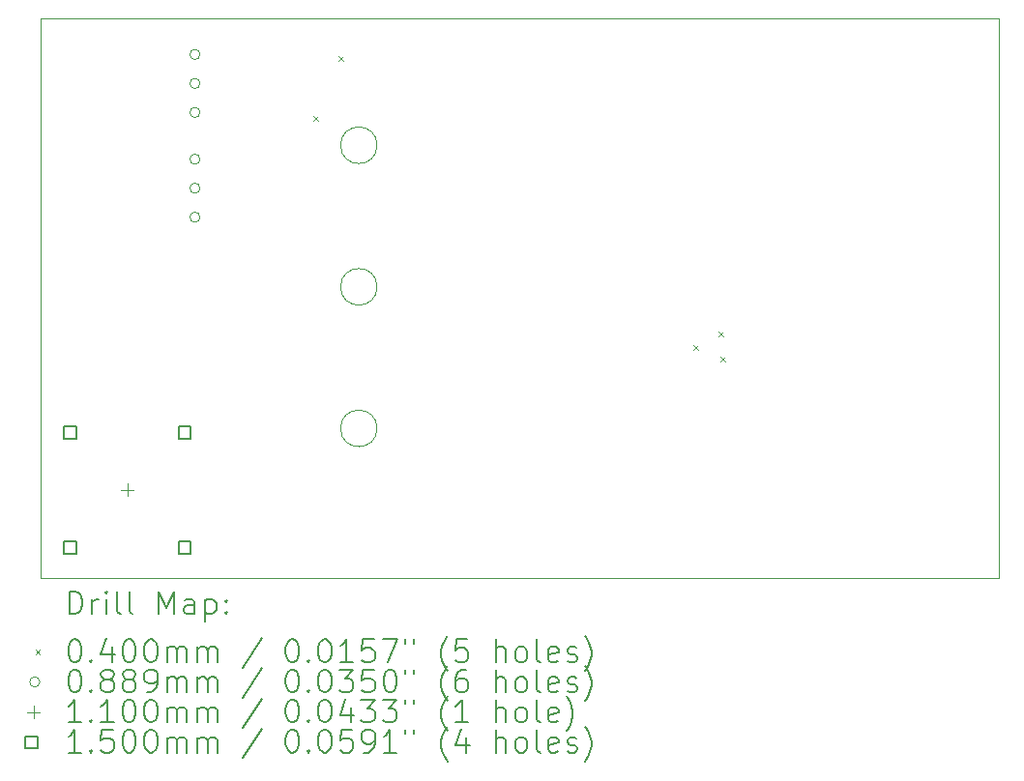
<source format=gbr>
%TF.GenerationSoftware,KiCad,Pcbnew,(6.0.8-1)-1*%
%TF.CreationDate,2022-11-01T09:45:00-04:00*%
%TF.ProjectId,Untitled,556e7469-746c-4656-942e-6b696361645f,rev?*%
%TF.SameCoordinates,Original*%
%TF.FileFunction,Drillmap*%
%TF.FilePolarity,Positive*%
%FSLAX45Y45*%
G04 Gerber Fmt 4.5, Leading zero omitted, Abs format (unit mm)*
G04 Created by KiCad (PCBNEW (6.0.8-1)-1) date 2022-11-01 09:45:00*
%MOMM*%
%LPD*%
G01*
G04 APERTURE LIST*
%ADD10C,0.100000*%
%ADD11C,0.200000*%
%ADD12C,0.040000*%
%ADD13C,0.088900*%
%ADD14C,0.110000*%
%ADD15C,0.150000*%
G04 APERTURE END LIST*
D10*
X7520000Y-5640000D02*
G75*
G03*
X7520000Y-5640000I-160000J0D01*
G01*
X4572000Y-3291000D02*
X12964000Y-3291000D01*
X12964000Y-3291000D02*
X12964000Y-8192000D01*
X12964000Y-8192000D02*
X4572000Y-8192000D01*
X4572000Y-8192000D02*
X4572000Y-3291000D01*
X7520000Y-6880000D02*
G75*
G03*
X7520000Y-6880000I-160000J0D01*
G01*
X7520000Y-4400000D02*
G75*
G03*
X7520000Y-4400000I-160000J0D01*
G01*
D11*
D12*
X6960000Y-4143751D02*
X7000000Y-4183751D01*
X7000000Y-4143751D02*
X6960000Y-4183751D01*
X7180000Y-3620000D02*
X7220000Y-3660000D01*
X7220000Y-3620000D02*
X7180000Y-3660000D01*
X10291000Y-6149000D02*
X10331000Y-6189000D01*
X10331000Y-6149000D02*
X10291000Y-6189000D01*
X10509000Y-6031000D02*
X10549000Y-6071000D01*
X10549000Y-6031000D02*
X10509000Y-6071000D01*
X10529000Y-6251000D02*
X10569000Y-6291000D01*
X10569000Y-6251000D02*
X10529000Y-6291000D01*
D13*
X5969460Y-3604750D02*
G75*
G03*
X5969460Y-3604750I-44450J0D01*
G01*
X5969460Y-3858750D02*
G75*
G03*
X5969460Y-3858750I-44450J0D01*
G01*
X5969460Y-4112750D02*
G75*
G03*
X5969460Y-4112750I-44450J0D01*
G01*
X5969460Y-4521250D02*
G75*
G03*
X5969460Y-4521250I-44450J0D01*
G01*
X5969460Y-4775250D02*
G75*
G03*
X5969460Y-4775250I-44450J0D01*
G01*
X5969460Y-5029250D02*
G75*
G03*
X5969460Y-5029250I-44450J0D01*
G01*
D14*
X5333500Y-7365000D02*
X5333500Y-7475000D01*
X5278500Y-7420000D02*
X5388500Y-7420000D01*
D15*
X4884034Y-6970533D02*
X4884034Y-6864466D01*
X4777967Y-6864466D01*
X4777967Y-6970533D01*
X4884034Y-6970533D01*
X4884034Y-7975533D02*
X4884034Y-7869466D01*
X4777967Y-7869466D01*
X4777967Y-7975533D01*
X4884034Y-7975533D01*
X5889033Y-6970533D02*
X5889033Y-6864466D01*
X5782966Y-6864466D01*
X5782966Y-6970533D01*
X5889033Y-6970533D01*
X5889033Y-7975533D02*
X5889033Y-7869466D01*
X5782966Y-7869466D01*
X5782966Y-7975533D01*
X5889033Y-7975533D01*
D11*
X4824619Y-8507476D02*
X4824619Y-8307476D01*
X4872238Y-8307476D01*
X4900810Y-8317000D01*
X4919857Y-8336048D01*
X4929381Y-8355095D01*
X4938905Y-8393190D01*
X4938905Y-8421762D01*
X4929381Y-8459857D01*
X4919857Y-8478905D01*
X4900810Y-8497952D01*
X4872238Y-8507476D01*
X4824619Y-8507476D01*
X5024619Y-8507476D02*
X5024619Y-8374143D01*
X5024619Y-8412238D02*
X5034143Y-8393190D01*
X5043667Y-8383667D01*
X5062714Y-8374143D01*
X5081762Y-8374143D01*
X5148429Y-8507476D02*
X5148429Y-8374143D01*
X5148429Y-8307476D02*
X5138905Y-8317000D01*
X5148429Y-8326524D01*
X5157952Y-8317000D01*
X5148429Y-8307476D01*
X5148429Y-8326524D01*
X5272238Y-8507476D02*
X5253190Y-8497952D01*
X5243667Y-8478905D01*
X5243667Y-8307476D01*
X5377000Y-8507476D02*
X5357952Y-8497952D01*
X5348429Y-8478905D01*
X5348429Y-8307476D01*
X5605571Y-8507476D02*
X5605571Y-8307476D01*
X5672238Y-8450333D01*
X5738905Y-8307476D01*
X5738905Y-8507476D01*
X5919857Y-8507476D02*
X5919857Y-8402714D01*
X5910333Y-8383667D01*
X5891286Y-8374143D01*
X5853190Y-8374143D01*
X5834143Y-8383667D01*
X5919857Y-8497952D02*
X5900809Y-8507476D01*
X5853190Y-8507476D01*
X5834143Y-8497952D01*
X5824619Y-8478905D01*
X5824619Y-8459857D01*
X5834143Y-8440810D01*
X5853190Y-8431286D01*
X5900809Y-8431286D01*
X5919857Y-8421762D01*
X6015095Y-8374143D02*
X6015095Y-8574143D01*
X6015095Y-8383667D02*
X6034143Y-8374143D01*
X6072238Y-8374143D01*
X6091286Y-8383667D01*
X6100809Y-8393190D01*
X6110333Y-8412238D01*
X6110333Y-8469381D01*
X6100809Y-8488429D01*
X6091286Y-8497952D01*
X6072238Y-8507476D01*
X6034143Y-8507476D01*
X6015095Y-8497952D01*
X6196048Y-8488429D02*
X6205571Y-8497952D01*
X6196048Y-8507476D01*
X6186524Y-8497952D01*
X6196048Y-8488429D01*
X6196048Y-8507476D01*
X6196048Y-8383667D02*
X6205571Y-8393190D01*
X6196048Y-8402714D01*
X6186524Y-8393190D01*
X6196048Y-8383667D01*
X6196048Y-8402714D01*
D12*
X4527000Y-8817000D02*
X4567000Y-8857000D01*
X4567000Y-8817000D02*
X4527000Y-8857000D01*
D11*
X4862714Y-8727476D02*
X4881762Y-8727476D01*
X4900810Y-8737000D01*
X4910333Y-8746524D01*
X4919857Y-8765571D01*
X4929381Y-8803667D01*
X4929381Y-8851286D01*
X4919857Y-8889381D01*
X4910333Y-8908429D01*
X4900810Y-8917952D01*
X4881762Y-8927476D01*
X4862714Y-8927476D01*
X4843667Y-8917952D01*
X4834143Y-8908429D01*
X4824619Y-8889381D01*
X4815095Y-8851286D01*
X4815095Y-8803667D01*
X4824619Y-8765571D01*
X4834143Y-8746524D01*
X4843667Y-8737000D01*
X4862714Y-8727476D01*
X5015095Y-8908429D02*
X5024619Y-8917952D01*
X5015095Y-8927476D01*
X5005571Y-8917952D01*
X5015095Y-8908429D01*
X5015095Y-8927476D01*
X5196048Y-8794143D02*
X5196048Y-8927476D01*
X5148429Y-8717952D02*
X5100810Y-8860810D01*
X5224619Y-8860810D01*
X5338905Y-8727476D02*
X5357952Y-8727476D01*
X5377000Y-8737000D01*
X5386524Y-8746524D01*
X5396048Y-8765571D01*
X5405571Y-8803667D01*
X5405571Y-8851286D01*
X5396048Y-8889381D01*
X5386524Y-8908429D01*
X5377000Y-8917952D01*
X5357952Y-8927476D01*
X5338905Y-8927476D01*
X5319857Y-8917952D01*
X5310333Y-8908429D01*
X5300810Y-8889381D01*
X5291286Y-8851286D01*
X5291286Y-8803667D01*
X5300810Y-8765571D01*
X5310333Y-8746524D01*
X5319857Y-8737000D01*
X5338905Y-8727476D01*
X5529381Y-8727476D02*
X5548429Y-8727476D01*
X5567476Y-8737000D01*
X5577000Y-8746524D01*
X5586524Y-8765571D01*
X5596048Y-8803667D01*
X5596048Y-8851286D01*
X5586524Y-8889381D01*
X5577000Y-8908429D01*
X5567476Y-8917952D01*
X5548429Y-8927476D01*
X5529381Y-8927476D01*
X5510333Y-8917952D01*
X5500810Y-8908429D01*
X5491286Y-8889381D01*
X5481762Y-8851286D01*
X5481762Y-8803667D01*
X5491286Y-8765571D01*
X5500810Y-8746524D01*
X5510333Y-8737000D01*
X5529381Y-8727476D01*
X5681762Y-8927476D02*
X5681762Y-8794143D01*
X5681762Y-8813190D02*
X5691286Y-8803667D01*
X5710333Y-8794143D01*
X5738905Y-8794143D01*
X5757952Y-8803667D01*
X5767476Y-8822714D01*
X5767476Y-8927476D01*
X5767476Y-8822714D02*
X5777000Y-8803667D01*
X5796048Y-8794143D01*
X5824619Y-8794143D01*
X5843667Y-8803667D01*
X5853190Y-8822714D01*
X5853190Y-8927476D01*
X5948428Y-8927476D02*
X5948428Y-8794143D01*
X5948428Y-8813190D02*
X5957952Y-8803667D01*
X5977000Y-8794143D01*
X6005571Y-8794143D01*
X6024619Y-8803667D01*
X6034143Y-8822714D01*
X6034143Y-8927476D01*
X6034143Y-8822714D02*
X6043667Y-8803667D01*
X6062714Y-8794143D01*
X6091286Y-8794143D01*
X6110333Y-8803667D01*
X6119857Y-8822714D01*
X6119857Y-8927476D01*
X6510333Y-8717952D02*
X6338905Y-8975095D01*
X6767476Y-8727476D02*
X6786524Y-8727476D01*
X6805571Y-8737000D01*
X6815095Y-8746524D01*
X6824619Y-8765571D01*
X6834143Y-8803667D01*
X6834143Y-8851286D01*
X6824619Y-8889381D01*
X6815095Y-8908429D01*
X6805571Y-8917952D01*
X6786524Y-8927476D01*
X6767476Y-8927476D01*
X6748428Y-8917952D01*
X6738905Y-8908429D01*
X6729381Y-8889381D01*
X6719857Y-8851286D01*
X6719857Y-8803667D01*
X6729381Y-8765571D01*
X6738905Y-8746524D01*
X6748428Y-8737000D01*
X6767476Y-8727476D01*
X6919857Y-8908429D02*
X6929381Y-8917952D01*
X6919857Y-8927476D01*
X6910333Y-8917952D01*
X6919857Y-8908429D01*
X6919857Y-8927476D01*
X7053190Y-8727476D02*
X7072238Y-8727476D01*
X7091286Y-8737000D01*
X7100809Y-8746524D01*
X7110333Y-8765571D01*
X7119857Y-8803667D01*
X7119857Y-8851286D01*
X7110333Y-8889381D01*
X7100809Y-8908429D01*
X7091286Y-8917952D01*
X7072238Y-8927476D01*
X7053190Y-8927476D01*
X7034143Y-8917952D01*
X7024619Y-8908429D01*
X7015095Y-8889381D01*
X7005571Y-8851286D01*
X7005571Y-8803667D01*
X7015095Y-8765571D01*
X7024619Y-8746524D01*
X7034143Y-8737000D01*
X7053190Y-8727476D01*
X7310333Y-8927476D02*
X7196048Y-8927476D01*
X7253190Y-8927476D02*
X7253190Y-8727476D01*
X7234143Y-8756048D01*
X7215095Y-8775095D01*
X7196048Y-8784619D01*
X7491286Y-8727476D02*
X7396048Y-8727476D01*
X7386524Y-8822714D01*
X7396048Y-8813190D01*
X7415095Y-8803667D01*
X7462714Y-8803667D01*
X7481762Y-8813190D01*
X7491286Y-8822714D01*
X7500809Y-8841762D01*
X7500809Y-8889381D01*
X7491286Y-8908429D01*
X7481762Y-8917952D01*
X7462714Y-8927476D01*
X7415095Y-8927476D01*
X7396048Y-8917952D01*
X7386524Y-8908429D01*
X7567476Y-8727476D02*
X7700809Y-8727476D01*
X7615095Y-8927476D01*
X7767476Y-8727476D02*
X7767476Y-8765571D01*
X7843667Y-8727476D02*
X7843667Y-8765571D01*
X8138905Y-9003667D02*
X8129381Y-8994143D01*
X8110333Y-8965571D01*
X8100809Y-8946524D01*
X8091286Y-8917952D01*
X8081762Y-8870333D01*
X8081762Y-8832238D01*
X8091286Y-8784619D01*
X8100809Y-8756048D01*
X8110333Y-8737000D01*
X8129381Y-8708429D01*
X8138905Y-8698905D01*
X8310333Y-8727476D02*
X8215095Y-8727476D01*
X8205571Y-8822714D01*
X8215095Y-8813190D01*
X8234143Y-8803667D01*
X8281762Y-8803667D01*
X8300809Y-8813190D01*
X8310333Y-8822714D01*
X8319857Y-8841762D01*
X8319857Y-8889381D01*
X8310333Y-8908429D01*
X8300809Y-8917952D01*
X8281762Y-8927476D01*
X8234143Y-8927476D01*
X8215095Y-8917952D01*
X8205571Y-8908429D01*
X8557952Y-8927476D02*
X8557952Y-8727476D01*
X8643667Y-8927476D02*
X8643667Y-8822714D01*
X8634143Y-8803667D01*
X8615095Y-8794143D01*
X8586524Y-8794143D01*
X8567476Y-8803667D01*
X8557952Y-8813190D01*
X8767476Y-8927476D02*
X8748429Y-8917952D01*
X8738905Y-8908429D01*
X8729381Y-8889381D01*
X8729381Y-8832238D01*
X8738905Y-8813190D01*
X8748429Y-8803667D01*
X8767476Y-8794143D01*
X8796048Y-8794143D01*
X8815095Y-8803667D01*
X8824619Y-8813190D01*
X8834143Y-8832238D01*
X8834143Y-8889381D01*
X8824619Y-8908429D01*
X8815095Y-8917952D01*
X8796048Y-8927476D01*
X8767476Y-8927476D01*
X8948429Y-8927476D02*
X8929381Y-8917952D01*
X8919857Y-8898905D01*
X8919857Y-8727476D01*
X9100810Y-8917952D02*
X9081762Y-8927476D01*
X9043667Y-8927476D01*
X9024619Y-8917952D01*
X9015095Y-8898905D01*
X9015095Y-8822714D01*
X9024619Y-8803667D01*
X9043667Y-8794143D01*
X9081762Y-8794143D01*
X9100810Y-8803667D01*
X9110333Y-8822714D01*
X9110333Y-8841762D01*
X9015095Y-8860810D01*
X9186524Y-8917952D02*
X9205571Y-8927476D01*
X9243667Y-8927476D01*
X9262714Y-8917952D01*
X9272238Y-8898905D01*
X9272238Y-8889381D01*
X9262714Y-8870333D01*
X9243667Y-8860810D01*
X9215095Y-8860810D01*
X9196048Y-8851286D01*
X9186524Y-8832238D01*
X9186524Y-8822714D01*
X9196048Y-8803667D01*
X9215095Y-8794143D01*
X9243667Y-8794143D01*
X9262714Y-8803667D01*
X9338905Y-9003667D02*
X9348429Y-8994143D01*
X9367476Y-8965571D01*
X9377000Y-8946524D01*
X9386524Y-8917952D01*
X9396048Y-8870333D01*
X9396048Y-8832238D01*
X9386524Y-8784619D01*
X9377000Y-8756048D01*
X9367476Y-8737000D01*
X9348429Y-8708429D01*
X9338905Y-8698905D01*
D13*
X4567000Y-9101000D02*
G75*
G03*
X4567000Y-9101000I-44450J0D01*
G01*
D11*
X4862714Y-8991476D02*
X4881762Y-8991476D01*
X4900810Y-9001000D01*
X4910333Y-9010524D01*
X4919857Y-9029571D01*
X4929381Y-9067667D01*
X4929381Y-9115286D01*
X4919857Y-9153381D01*
X4910333Y-9172429D01*
X4900810Y-9181952D01*
X4881762Y-9191476D01*
X4862714Y-9191476D01*
X4843667Y-9181952D01*
X4834143Y-9172429D01*
X4824619Y-9153381D01*
X4815095Y-9115286D01*
X4815095Y-9067667D01*
X4824619Y-9029571D01*
X4834143Y-9010524D01*
X4843667Y-9001000D01*
X4862714Y-8991476D01*
X5015095Y-9172429D02*
X5024619Y-9181952D01*
X5015095Y-9191476D01*
X5005571Y-9181952D01*
X5015095Y-9172429D01*
X5015095Y-9191476D01*
X5138905Y-9077190D02*
X5119857Y-9067667D01*
X5110333Y-9058143D01*
X5100810Y-9039095D01*
X5100810Y-9029571D01*
X5110333Y-9010524D01*
X5119857Y-9001000D01*
X5138905Y-8991476D01*
X5177000Y-8991476D01*
X5196048Y-9001000D01*
X5205571Y-9010524D01*
X5215095Y-9029571D01*
X5215095Y-9039095D01*
X5205571Y-9058143D01*
X5196048Y-9067667D01*
X5177000Y-9077190D01*
X5138905Y-9077190D01*
X5119857Y-9086714D01*
X5110333Y-9096238D01*
X5100810Y-9115286D01*
X5100810Y-9153381D01*
X5110333Y-9172429D01*
X5119857Y-9181952D01*
X5138905Y-9191476D01*
X5177000Y-9191476D01*
X5196048Y-9181952D01*
X5205571Y-9172429D01*
X5215095Y-9153381D01*
X5215095Y-9115286D01*
X5205571Y-9096238D01*
X5196048Y-9086714D01*
X5177000Y-9077190D01*
X5329381Y-9077190D02*
X5310333Y-9067667D01*
X5300810Y-9058143D01*
X5291286Y-9039095D01*
X5291286Y-9029571D01*
X5300810Y-9010524D01*
X5310333Y-9001000D01*
X5329381Y-8991476D01*
X5367476Y-8991476D01*
X5386524Y-9001000D01*
X5396048Y-9010524D01*
X5405571Y-9029571D01*
X5405571Y-9039095D01*
X5396048Y-9058143D01*
X5386524Y-9067667D01*
X5367476Y-9077190D01*
X5329381Y-9077190D01*
X5310333Y-9086714D01*
X5300810Y-9096238D01*
X5291286Y-9115286D01*
X5291286Y-9153381D01*
X5300810Y-9172429D01*
X5310333Y-9181952D01*
X5329381Y-9191476D01*
X5367476Y-9191476D01*
X5386524Y-9181952D01*
X5396048Y-9172429D01*
X5405571Y-9153381D01*
X5405571Y-9115286D01*
X5396048Y-9096238D01*
X5386524Y-9086714D01*
X5367476Y-9077190D01*
X5500810Y-9191476D02*
X5538905Y-9191476D01*
X5557952Y-9181952D01*
X5567476Y-9172429D01*
X5586524Y-9143857D01*
X5596048Y-9105762D01*
X5596048Y-9029571D01*
X5586524Y-9010524D01*
X5577000Y-9001000D01*
X5557952Y-8991476D01*
X5519857Y-8991476D01*
X5500810Y-9001000D01*
X5491286Y-9010524D01*
X5481762Y-9029571D01*
X5481762Y-9077190D01*
X5491286Y-9096238D01*
X5500810Y-9105762D01*
X5519857Y-9115286D01*
X5557952Y-9115286D01*
X5577000Y-9105762D01*
X5586524Y-9096238D01*
X5596048Y-9077190D01*
X5681762Y-9191476D02*
X5681762Y-9058143D01*
X5681762Y-9077190D02*
X5691286Y-9067667D01*
X5710333Y-9058143D01*
X5738905Y-9058143D01*
X5757952Y-9067667D01*
X5767476Y-9086714D01*
X5767476Y-9191476D01*
X5767476Y-9086714D02*
X5777000Y-9067667D01*
X5796048Y-9058143D01*
X5824619Y-9058143D01*
X5843667Y-9067667D01*
X5853190Y-9086714D01*
X5853190Y-9191476D01*
X5948428Y-9191476D02*
X5948428Y-9058143D01*
X5948428Y-9077190D02*
X5957952Y-9067667D01*
X5977000Y-9058143D01*
X6005571Y-9058143D01*
X6024619Y-9067667D01*
X6034143Y-9086714D01*
X6034143Y-9191476D01*
X6034143Y-9086714D02*
X6043667Y-9067667D01*
X6062714Y-9058143D01*
X6091286Y-9058143D01*
X6110333Y-9067667D01*
X6119857Y-9086714D01*
X6119857Y-9191476D01*
X6510333Y-8981952D02*
X6338905Y-9239095D01*
X6767476Y-8991476D02*
X6786524Y-8991476D01*
X6805571Y-9001000D01*
X6815095Y-9010524D01*
X6824619Y-9029571D01*
X6834143Y-9067667D01*
X6834143Y-9115286D01*
X6824619Y-9153381D01*
X6815095Y-9172429D01*
X6805571Y-9181952D01*
X6786524Y-9191476D01*
X6767476Y-9191476D01*
X6748428Y-9181952D01*
X6738905Y-9172429D01*
X6729381Y-9153381D01*
X6719857Y-9115286D01*
X6719857Y-9067667D01*
X6729381Y-9029571D01*
X6738905Y-9010524D01*
X6748428Y-9001000D01*
X6767476Y-8991476D01*
X6919857Y-9172429D02*
X6929381Y-9181952D01*
X6919857Y-9191476D01*
X6910333Y-9181952D01*
X6919857Y-9172429D01*
X6919857Y-9191476D01*
X7053190Y-8991476D02*
X7072238Y-8991476D01*
X7091286Y-9001000D01*
X7100809Y-9010524D01*
X7110333Y-9029571D01*
X7119857Y-9067667D01*
X7119857Y-9115286D01*
X7110333Y-9153381D01*
X7100809Y-9172429D01*
X7091286Y-9181952D01*
X7072238Y-9191476D01*
X7053190Y-9191476D01*
X7034143Y-9181952D01*
X7024619Y-9172429D01*
X7015095Y-9153381D01*
X7005571Y-9115286D01*
X7005571Y-9067667D01*
X7015095Y-9029571D01*
X7024619Y-9010524D01*
X7034143Y-9001000D01*
X7053190Y-8991476D01*
X7186524Y-8991476D02*
X7310333Y-8991476D01*
X7243667Y-9067667D01*
X7272238Y-9067667D01*
X7291286Y-9077190D01*
X7300809Y-9086714D01*
X7310333Y-9105762D01*
X7310333Y-9153381D01*
X7300809Y-9172429D01*
X7291286Y-9181952D01*
X7272238Y-9191476D01*
X7215095Y-9191476D01*
X7196048Y-9181952D01*
X7186524Y-9172429D01*
X7491286Y-8991476D02*
X7396048Y-8991476D01*
X7386524Y-9086714D01*
X7396048Y-9077190D01*
X7415095Y-9067667D01*
X7462714Y-9067667D01*
X7481762Y-9077190D01*
X7491286Y-9086714D01*
X7500809Y-9105762D01*
X7500809Y-9153381D01*
X7491286Y-9172429D01*
X7481762Y-9181952D01*
X7462714Y-9191476D01*
X7415095Y-9191476D01*
X7396048Y-9181952D01*
X7386524Y-9172429D01*
X7624619Y-8991476D02*
X7643667Y-8991476D01*
X7662714Y-9001000D01*
X7672238Y-9010524D01*
X7681762Y-9029571D01*
X7691286Y-9067667D01*
X7691286Y-9115286D01*
X7681762Y-9153381D01*
X7672238Y-9172429D01*
X7662714Y-9181952D01*
X7643667Y-9191476D01*
X7624619Y-9191476D01*
X7605571Y-9181952D01*
X7596048Y-9172429D01*
X7586524Y-9153381D01*
X7577000Y-9115286D01*
X7577000Y-9067667D01*
X7586524Y-9029571D01*
X7596048Y-9010524D01*
X7605571Y-9001000D01*
X7624619Y-8991476D01*
X7767476Y-8991476D02*
X7767476Y-9029571D01*
X7843667Y-8991476D02*
X7843667Y-9029571D01*
X8138905Y-9267667D02*
X8129381Y-9258143D01*
X8110333Y-9229571D01*
X8100809Y-9210524D01*
X8091286Y-9181952D01*
X8081762Y-9134333D01*
X8081762Y-9096238D01*
X8091286Y-9048619D01*
X8100809Y-9020048D01*
X8110333Y-9001000D01*
X8129381Y-8972429D01*
X8138905Y-8962905D01*
X8300809Y-8991476D02*
X8262714Y-8991476D01*
X8243667Y-9001000D01*
X8234143Y-9010524D01*
X8215095Y-9039095D01*
X8205571Y-9077190D01*
X8205571Y-9153381D01*
X8215095Y-9172429D01*
X8224619Y-9181952D01*
X8243667Y-9191476D01*
X8281762Y-9191476D01*
X8300809Y-9181952D01*
X8310333Y-9172429D01*
X8319857Y-9153381D01*
X8319857Y-9105762D01*
X8310333Y-9086714D01*
X8300809Y-9077190D01*
X8281762Y-9067667D01*
X8243667Y-9067667D01*
X8224619Y-9077190D01*
X8215095Y-9086714D01*
X8205571Y-9105762D01*
X8557952Y-9191476D02*
X8557952Y-8991476D01*
X8643667Y-9191476D02*
X8643667Y-9086714D01*
X8634143Y-9067667D01*
X8615095Y-9058143D01*
X8586524Y-9058143D01*
X8567476Y-9067667D01*
X8557952Y-9077190D01*
X8767476Y-9191476D02*
X8748429Y-9181952D01*
X8738905Y-9172429D01*
X8729381Y-9153381D01*
X8729381Y-9096238D01*
X8738905Y-9077190D01*
X8748429Y-9067667D01*
X8767476Y-9058143D01*
X8796048Y-9058143D01*
X8815095Y-9067667D01*
X8824619Y-9077190D01*
X8834143Y-9096238D01*
X8834143Y-9153381D01*
X8824619Y-9172429D01*
X8815095Y-9181952D01*
X8796048Y-9191476D01*
X8767476Y-9191476D01*
X8948429Y-9191476D02*
X8929381Y-9181952D01*
X8919857Y-9162905D01*
X8919857Y-8991476D01*
X9100810Y-9181952D02*
X9081762Y-9191476D01*
X9043667Y-9191476D01*
X9024619Y-9181952D01*
X9015095Y-9162905D01*
X9015095Y-9086714D01*
X9024619Y-9067667D01*
X9043667Y-9058143D01*
X9081762Y-9058143D01*
X9100810Y-9067667D01*
X9110333Y-9086714D01*
X9110333Y-9105762D01*
X9015095Y-9124810D01*
X9186524Y-9181952D02*
X9205571Y-9191476D01*
X9243667Y-9191476D01*
X9262714Y-9181952D01*
X9272238Y-9162905D01*
X9272238Y-9153381D01*
X9262714Y-9134333D01*
X9243667Y-9124810D01*
X9215095Y-9124810D01*
X9196048Y-9115286D01*
X9186524Y-9096238D01*
X9186524Y-9086714D01*
X9196048Y-9067667D01*
X9215095Y-9058143D01*
X9243667Y-9058143D01*
X9262714Y-9067667D01*
X9338905Y-9267667D02*
X9348429Y-9258143D01*
X9367476Y-9229571D01*
X9377000Y-9210524D01*
X9386524Y-9181952D01*
X9396048Y-9134333D01*
X9396048Y-9096238D01*
X9386524Y-9048619D01*
X9377000Y-9020048D01*
X9367476Y-9001000D01*
X9348429Y-8972429D01*
X9338905Y-8962905D01*
D14*
X4512000Y-9310000D02*
X4512000Y-9420000D01*
X4457000Y-9365000D02*
X4567000Y-9365000D01*
D11*
X4929381Y-9455476D02*
X4815095Y-9455476D01*
X4872238Y-9455476D02*
X4872238Y-9255476D01*
X4853190Y-9284048D01*
X4834143Y-9303095D01*
X4815095Y-9312619D01*
X5015095Y-9436429D02*
X5024619Y-9445952D01*
X5015095Y-9455476D01*
X5005571Y-9445952D01*
X5015095Y-9436429D01*
X5015095Y-9455476D01*
X5215095Y-9455476D02*
X5100810Y-9455476D01*
X5157952Y-9455476D02*
X5157952Y-9255476D01*
X5138905Y-9284048D01*
X5119857Y-9303095D01*
X5100810Y-9312619D01*
X5338905Y-9255476D02*
X5357952Y-9255476D01*
X5377000Y-9265000D01*
X5386524Y-9274524D01*
X5396048Y-9293571D01*
X5405571Y-9331667D01*
X5405571Y-9379286D01*
X5396048Y-9417381D01*
X5386524Y-9436429D01*
X5377000Y-9445952D01*
X5357952Y-9455476D01*
X5338905Y-9455476D01*
X5319857Y-9445952D01*
X5310333Y-9436429D01*
X5300810Y-9417381D01*
X5291286Y-9379286D01*
X5291286Y-9331667D01*
X5300810Y-9293571D01*
X5310333Y-9274524D01*
X5319857Y-9265000D01*
X5338905Y-9255476D01*
X5529381Y-9255476D02*
X5548429Y-9255476D01*
X5567476Y-9265000D01*
X5577000Y-9274524D01*
X5586524Y-9293571D01*
X5596048Y-9331667D01*
X5596048Y-9379286D01*
X5586524Y-9417381D01*
X5577000Y-9436429D01*
X5567476Y-9445952D01*
X5548429Y-9455476D01*
X5529381Y-9455476D01*
X5510333Y-9445952D01*
X5500810Y-9436429D01*
X5491286Y-9417381D01*
X5481762Y-9379286D01*
X5481762Y-9331667D01*
X5491286Y-9293571D01*
X5500810Y-9274524D01*
X5510333Y-9265000D01*
X5529381Y-9255476D01*
X5681762Y-9455476D02*
X5681762Y-9322143D01*
X5681762Y-9341190D02*
X5691286Y-9331667D01*
X5710333Y-9322143D01*
X5738905Y-9322143D01*
X5757952Y-9331667D01*
X5767476Y-9350714D01*
X5767476Y-9455476D01*
X5767476Y-9350714D02*
X5777000Y-9331667D01*
X5796048Y-9322143D01*
X5824619Y-9322143D01*
X5843667Y-9331667D01*
X5853190Y-9350714D01*
X5853190Y-9455476D01*
X5948428Y-9455476D02*
X5948428Y-9322143D01*
X5948428Y-9341190D02*
X5957952Y-9331667D01*
X5977000Y-9322143D01*
X6005571Y-9322143D01*
X6024619Y-9331667D01*
X6034143Y-9350714D01*
X6034143Y-9455476D01*
X6034143Y-9350714D02*
X6043667Y-9331667D01*
X6062714Y-9322143D01*
X6091286Y-9322143D01*
X6110333Y-9331667D01*
X6119857Y-9350714D01*
X6119857Y-9455476D01*
X6510333Y-9245952D02*
X6338905Y-9503095D01*
X6767476Y-9255476D02*
X6786524Y-9255476D01*
X6805571Y-9265000D01*
X6815095Y-9274524D01*
X6824619Y-9293571D01*
X6834143Y-9331667D01*
X6834143Y-9379286D01*
X6824619Y-9417381D01*
X6815095Y-9436429D01*
X6805571Y-9445952D01*
X6786524Y-9455476D01*
X6767476Y-9455476D01*
X6748428Y-9445952D01*
X6738905Y-9436429D01*
X6729381Y-9417381D01*
X6719857Y-9379286D01*
X6719857Y-9331667D01*
X6729381Y-9293571D01*
X6738905Y-9274524D01*
X6748428Y-9265000D01*
X6767476Y-9255476D01*
X6919857Y-9436429D02*
X6929381Y-9445952D01*
X6919857Y-9455476D01*
X6910333Y-9445952D01*
X6919857Y-9436429D01*
X6919857Y-9455476D01*
X7053190Y-9255476D02*
X7072238Y-9255476D01*
X7091286Y-9265000D01*
X7100809Y-9274524D01*
X7110333Y-9293571D01*
X7119857Y-9331667D01*
X7119857Y-9379286D01*
X7110333Y-9417381D01*
X7100809Y-9436429D01*
X7091286Y-9445952D01*
X7072238Y-9455476D01*
X7053190Y-9455476D01*
X7034143Y-9445952D01*
X7024619Y-9436429D01*
X7015095Y-9417381D01*
X7005571Y-9379286D01*
X7005571Y-9331667D01*
X7015095Y-9293571D01*
X7024619Y-9274524D01*
X7034143Y-9265000D01*
X7053190Y-9255476D01*
X7291286Y-9322143D02*
X7291286Y-9455476D01*
X7243667Y-9245952D02*
X7196048Y-9388810D01*
X7319857Y-9388810D01*
X7377000Y-9255476D02*
X7500809Y-9255476D01*
X7434143Y-9331667D01*
X7462714Y-9331667D01*
X7481762Y-9341190D01*
X7491286Y-9350714D01*
X7500809Y-9369762D01*
X7500809Y-9417381D01*
X7491286Y-9436429D01*
X7481762Y-9445952D01*
X7462714Y-9455476D01*
X7405571Y-9455476D01*
X7386524Y-9445952D01*
X7377000Y-9436429D01*
X7567476Y-9255476D02*
X7691286Y-9255476D01*
X7624619Y-9331667D01*
X7653190Y-9331667D01*
X7672238Y-9341190D01*
X7681762Y-9350714D01*
X7691286Y-9369762D01*
X7691286Y-9417381D01*
X7681762Y-9436429D01*
X7672238Y-9445952D01*
X7653190Y-9455476D01*
X7596048Y-9455476D01*
X7577000Y-9445952D01*
X7567476Y-9436429D01*
X7767476Y-9255476D02*
X7767476Y-9293571D01*
X7843667Y-9255476D02*
X7843667Y-9293571D01*
X8138905Y-9531667D02*
X8129381Y-9522143D01*
X8110333Y-9493571D01*
X8100809Y-9474524D01*
X8091286Y-9445952D01*
X8081762Y-9398333D01*
X8081762Y-9360238D01*
X8091286Y-9312619D01*
X8100809Y-9284048D01*
X8110333Y-9265000D01*
X8129381Y-9236429D01*
X8138905Y-9226905D01*
X8319857Y-9455476D02*
X8205571Y-9455476D01*
X8262714Y-9455476D02*
X8262714Y-9255476D01*
X8243667Y-9284048D01*
X8224619Y-9303095D01*
X8205571Y-9312619D01*
X8557952Y-9455476D02*
X8557952Y-9255476D01*
X8643667Y-9455476D02*
X8643667Y-9350714D01*
X8634143Y-9331667D01*
X8615095Y-9322143D01*
X8586524Y-9322143D01*
X8567476Y-9331667D01*
X8557952Y-9341190D01*
X8767476Y-9455476D02*
X8748429Y-9445952D01*
X8738905Y-9436429D01*
X8729381Y-9417381D01*
X8729381Y-9360238D01*
X8738905Y-9341190D01*
X8748429Y-9331667D01*
X8767476Y-9322143D01*
X8796048Y-9322143D01*
X8815095Y-9331667D01*
X8824619Y-9341190D01*
X8834143Y-9360238D01*
X8834143Y-9417381D01*
X8824619Y-9436429D01*
X8815095Y-9445952D01*
X8796048Y-9455476D01*
X8767476Y-9455476D01*
X8948429Y-9455476D02*
X8929381Y-9445952D01*
X8919857Y-9426905D01*
X8919857Y-9255476D01*
X9100810Y-9445952D02*
X9081762Y-9455476D01*
X9043667Y-9455476D01*
X9024619Y-9445952D01*
X9015095Y-9426905D01*
X9015095Y-9350714D01*
X9024619Y-9331667D01*
X9043667Y-9322143D01*
X9081762Y-9322143D01*
X9100810Y-9331667D01*
X9110333Y-9350714D01*
X9110333Y-9369762D01*
X9015095Y-9388810D01*
X9177000Y-9531667D02*
X9186524Y-9522143D01*
X9205571Y-9493571D01*
X9215095Y-9474524D01*
X9224619Y-9445952D01*
X9234143Y-9398333D01*
X9234143Y-9360238D01*
X9224619Y-9312619D01*
X9215095Y-9284048D01*
X9205571Y-9265000D01*
X9186524Y-9236429D01*
X9177000Y-9226905D01*
D15*
X4545034Y-9682034D02*
X4545034Y-9575967D01*
X4438967Y-9575967D01*
X4438967Y-9682034D01*
X4545034Y-9682034D01*
D11*
X4929381Y-9719476D02*
X4815095Y-9719476D01*
X4872238Y-9719476D02*
X4872238Y-9519476D01*
X4853190Y-9548048D01*
X4834143Y-9567095D01*
X4815095Y-9576619D01*
X5015095Y-9700429D02*
X5024619Y-9709952D01*
X5015095Y-9719476D01*
X5005571Y-9709952D01*
X5015095Y-9700429D01*
X5015095Y-9719476D01*
X5205571Y-9519476D02*
X5110333Y-9519476D01*
X5100810Y-9614714D01*
X5110333Y-9605190D01*
X5129381Y-9595667D01*
X5177000Y-9595667D01*
X5196048Y-9605190D01*
X5205571Y-9614714D01*
X5215095Y-9633762D01*
X5215095Y-9681381D01*
X5205571Y-9700429D01*
X5196048Y-9709952D01*
X5177000Y-9719476D01*
X5129381Y-9719476D01*
X5110333Y-9709952D01*
X5100810Y-9700429D01*
X5338905Y-9519476D02*
X5357952Y-9519476D01*
X5377000Y-9529000D01*
X5386524Y-9538524D01*
X5396048Y-9557571D01*
X5405571Y-9595667D01*
X5405571Y-9643286D01*
X5396048Y-9681381D01*
X5386524Y-9700429D01*
X5377000Y-9709952D01*
X5357952Y-9719476D01*
X5338905Y-9719476D01*
X5319857Y-9709952D01*
X5310333Y-9700429D01*
X5300810Y-9681381D01*
X5291286Y-9643286D01*
X5291286Y-9595667D01*
X5300810Y-9557571D01*
X5310333Y-9538524D01*
X5319857Y-9529000D01*
X5338905Y-9519476D01*
X5529381Y-9519476D02*
X5548429Y-9519476D01*
X5567476Y-9529000D01*
X5577000Y-9538524D01*
X5586524Y-9557571D01*
X5596048Y-9595667D01*
X5596048Y-9643286D01*
X5586524Y-9681381D01*
X5577000Y-9700429D01*
X5567476Y-9709952D01*
X5548429Y-9719476D01*
X5529381Y-9719476D01*
X5510333Y-9709952D01*
X5500810Y-9700429D01*
X5491286Y-9681381D01*
X5481762Y-9643286D01*
X5481762Y-9595667D01*
X5491286Y-9557571D01*
X5500810Y-9538524D01*
X5510333Y-9529000D01*
X5529381Y-9519476D01*
X5681762Y-9719476D02*
X5681762Y-9586143D01*
X5681762Y-9605190D02*
X5691286Y-9595667D01*
X5710333Y-9586143D01*
X5738905Y-9586143D01*
X5757952Y-9595667D01*
X5767476Y-9614714D01*
X5767476Y-9719476D01*
X5767476Y-9614714D02*
X5777000Y-9595667D01*
X5796048Y-9586143D01*
X5824619Y-9586143D01*
X5843667Y-9595667D01*
X5853190Y-9614714D01*
X5853190Y-9719476D01*
X5948428Y-9719476D02*
X5948428Y-9586143D01*
X5948428Y-9605190D02*
X5957952Y-9595667D01*
X5977000Y-9586143D01*
X6005571Y-9586143D01*
X6024619Y-9595667D01*
X6034143Y-9614714D01*
X6034143Y-9719476D01*
X6034143Y-9614714D02*
X6043667Y-9595667D01*
X6062714Y-9586143D01*
X6091286Y-9586143D01*
X6110333Y-9595667D01*
X6119857Y-9614714D01*
X6119857Y-9719476D01*
X6510333Y-9509952D02*
X6338905Y-9767095D01*
X6767476Y-9519476D02*
X6786524Y-9519476D01*
X6805571Y-9529000D01*
X6815095Y-9538524D01*
X6824619Y-9557571D01*
X6834143Y-9595667D01*
X6834143Y-9643286D01*
X6824619Y-9681381D01*
X6815095Y-9700429D01*
X6805571Y-9709952D01*
X6786524Y-9719476D01*
X6767476Y-9719476D01*
X6748428Y-9709952D01*
X6738905Y-9700429D01*
X6729381Y-9681381D01*
X6719857Y-9643286D01*
X6719857Y-9595667D01*
X6729381Y-9557571D01*
X6738905Y-9538524D01*
X6748428Y-9529000D01*
X6767476Y-9519476D01*
X6919857Y-9700429D02*
X6929381Y-9709952D01*
X6919857Y-9719476D01*
X6910333Y-9709952D01*
X6919857Y-9700429D01*
X6919857Y-9719476D01*
X7053190Y-9519476D02*
X7072238Y-9519476D01*
X7091286Y-9529000D01*
X7100809Y-9538524D01*
X7110333Y-9557571D01*
X7119857Y-9595667D01*
X7119857Y-9643286D01*
X7110333Y-9681381D01*
X7100809Y-9700429D01*
X7091286Y-9709952D01*
X7072238Y-9719476D01*
X7053190Y-9719476D01*
X7034143Y-9709952D01*
X7024619Y-9700429D01*
X7015095Y-9681381D01*
X7005571Y-9643286D01*
X7005571Y-9595667D01*
X7015095Y-9557571D01*
X7024619Y-9538524D01*
X7034143Y-9529000D01*
X7053190Y-9519476D01*
X7300809Y-9519476D02*
X7205571Y-9519476D01*
X7196048Y-9614714D01*
X7205571Y-9605190D01*
X7224619Y-9595667D01*
X7272238Y-9595667D01*
X7291286Y-9605190D01*
X7300809Y-9614714D01*
X7310333Y-9633762D01*
X7310333Y-9681381D01*
X7300809Y-9700429D01*
X7291286Y-9709952D01*
X7272238Y-9719476D01*
X7224619Y-9719476D01*
X7205571Y-9709952D01*
X7196048Y-9700429D01*
X7405571Y-9719476D02*
X7443667Y-9719476D01*
X7462714Y-9709952D01*
X7472238Y-9700429D01*
X7491286Y-9671857D01*
X7500809Y-9633762D01*
X7500809Y-9557571D01*
X7491286Y-9538524D01*
X7481762Y-9529000D01*
X7462714Y-9519476D01*
X7424619Y-9519476D01*
X7405571Y-9529000D01*
X7396048Y-9538524D01*
X7386524Y-9557571D01*
X7386524Y-9605190D01*
X7396048Y-9624238D01*
X7405571Y-9633762D01*
X7424619Y-9643286D01*
X7462714Y-9643286D01*
X7481762Y-9633762D01*
X7491286Y-9624238D01*
X7500809Y-9605190D01*
X7691286Y-9719476D02*
X7577000Y-9719476D01*
X7634143Y-9719476D02*
X7634143Y-9519476D01*
X7615095Y-9548048D01*
X7596048Y-9567095D01*
X7577000Y-9576619D01*
X7767476Y-9519476D02*
X7767476Y-9557571D01*
X7843667Y-9519476D02*
X7843667Y-9557571D01*
X8138905Y-9795667D02*
X8129381Y-9786143D01*
X8110333Y-9757571D01*
X8100809Y-9738524D01*
X8091286Y-9709952D01*
X8081762Y-9662333D01*
X8081762Y-9624238D01*
X8091286Y-9576619D01*
X8100809Y-9548048D01*
X8110333Y-9529000D01*
X8129381Y-9500429D01*
X8138905Y-9490905D01*
X8300809Y-9586143D02*
X8300809Y-9719476D01*
X8253190Y-9509952D02*
X8205571Y-9652810D01*
X8329381Y-9652810D01*
X8557952Y-9719476D02*
X8557952Y-9519476D01*
X8643667Y-9719476D02*
X8643667Y-9614714D01*
X8634143Y-9595667D01*
X8615095Y-9586143D01*
X8586524Y-9586143D01*
X8567476Y-9595667D01*
X8557952Y-9605190D01*
X8767476Y-9719476D02*
X8748429Y-9709952D01*
X8738905Y-9700429D01*
X8729381Y-9681381D01*
X8729381Y-9624238D01*
X8738905Y-9605190D01*
X8748429Y-9595667D01*
X8767476Y-9586143D01*
X8796048Y-9586143D01*
X8815095Y-9595667D01*
X8824619Y-9605190D01*
X8834143Y-9624238D01*
X8834143Y-9681381D01*
X8824619Y-9700429D01*
X8815095Y-9709952D01*
X8796048Y-9719476D01*
X8767476Y-9719476D01*
X8948429Y-9719476D02*
X8929381Y-9709952D01*
X8919857Y-9690905D01*
X8919857Y-9519476D01*
X9100810Y-9709952D02*
X9081762Y-9719476D01*
X9043667Y-9719476D01*
X9024619Y-9709952D01*
X9015095Y-9690905D01*
X9015095Y-9614714D01*
X9024619Y-9595667D01*
X9043667Y-9586143D01*
X9081762Y-9586143D01*
X9100810Y-9595667D01*
X9110333Y-9614714D01*
X9110333Y-9633762D01*
X9015095Y-9652810D01*
X9186524Y-9709952D02*
X9205571Y-9719476D01*
X9243667Y-9719476D01*
X9262714Y-9709952D01*
X9272238Y-9690905D01*
X9272238Y-9681381D01*
X9262714Y-9662333D01*
X9243667Y-9652810D01*
X9215095Y-9652810D01*
X9196048Y-9643286D01*
X9186524Y-9624238D01*
X9186524Y-9614714D01*
X9196048Y-9595667D01*
X9215095Y-9586143D01*
X9243667Y-9586143D01*
X9262714Y-9595667D01*
X9338905Y-9795667D02*
X9348429Y-9786143D01*
X9367476Y-9757571D01*
X9377000Y-9738524D01*
X9386524Y-9709952D01*
X9396048Y-9662333D01*
X9396048Y-9624238D01*
X9386524Y-9576619D01*
X9377000Y-9548048D01*
X9367476Y-9529000D01*
X9348429Y-9500429D01*
X9338905Y-9490905D01*
M02*

</source>
